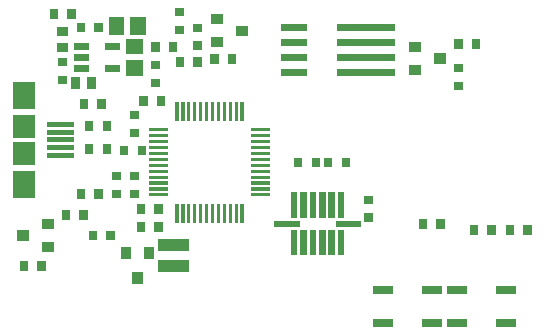
<source format=gbr>
G04 start of page 10 for group -4015 idx -4015 *
G04 Title: riffle, toppaste *
G04 Creator: pcb 20140316 *
G04 CreationDate: Fri 11 Apr 2014 05:27:53 AM GMT UTC *
G04 For: ben *
G04 Format: Gerber/RS-274X *
G04 PCB-Dimensions (mil): 6000.00 5000.00 *
G04 PCB-Coordinate-Origin: lower left *
%MOIN*%
%FSLAX25Y25*%
%LNTOPPASTE*%
%ADD84R,0.0276X0.0276*%
%ADD83R,0.0106X0.0106*%
%ADD82R,0.0217X0.0217*%
%ADD81R,0.0410X0.0410*%
%ADD80R,0.0748X0.0748*%
%ADD79R,0.0157X0.0157*%
%ADD78R,0.0276X0.0276*%
%ADD77R,0.0240X0.0240*%
%ADD76R,0.0295X0.0295*%
%ADD75R,0.0340X0.0340*%
%ADD74R,0.0512X0.0512*%
G54D74*X159607Y366043D02*X160393D01*
X159607Y358957D02*X160393D01*
G54D75*X187200Y375300D02*X187800D01*
X187200Y367500D02*X187800D01*
X195400Y371400D02*X196000D01*
G54D76*X135508Y371000D02*X136492D01*
X135508Y365882D02*X136492D01*
X140441Y354492D02*Y353508D01*
X145559Y354492D02*Y353508D01*
G54D77*X141150Y366200D02*X143550D01*
X141150Y362500D02*X143550D01*
X141150Y358800D02*X143550D01*
X151450D02*X153850D01*
X151450Y366200D02*X153850D01*
G54D75*X253200Y366000D02*X253800D01*
X253200Y358200D02*X253800D01*
X261400Y362100D02*X262000D01*
G54D74*X154000Y373393D02*Y372607D01*
X161086Y373393D02*Y372607D01*
G54D78*X135803Y355047D02*X136197D01*
X135803Y360953D02*X136197D01*
X172906Y366197D02*Y365803D01*
X167000Y366197D02*Y365803D01*
X180803Y366441D02*X181197D01*
X180803Y372346D02*X181197D01*
X174803Y377500D02*X175197D01*
X174803Y371594D02*X175197D01*
X180953Y361197D02*Y360803D01*
X175047Y361197D02*Y360803D01*
X192559Y362197D02*Y361803D01*
X186654Y362197D02*Y361803D01*
X168858Y348197D02*Y347803D01*
X162953Y348197D02*Y347803D01*
X148953Y347197D02*Y346803D01*
X143047Y347197D02*Y346803D01*
X133094Y377197D02*Y376803D01*
X139000Y377197D02*Y376803D01*
X166803Y354047D02*X167197D01*
X166803Y359953D02*X167197D01*
X144882Y332197D02*Y331803D01*
X150787Y332197D02*Y331803D01*
X144823Y339756D02*Y339362D01*
X150728Y339756D02*Y339362D01*
X156500Y331697D02*Y331303D01*
X162406Y331697D02*Y331303D01*
X159803Y337382D02*X160197D01*
X159803Y343287D02*X160197D01*
X159803Y317047D02*X160197D01*
X159803Y322953D02*X160197D01*
X142094Y317197D02*Y316803D01*
X148000Y317197D02*Y316803D01*
X153803Y317047D02*X154197D01*
X153803Y322953D02*X154197D01*
X162047Y312197D02*Y311803D01*
X167953Y312197D02*Y311803D01*
X267803Y358906D02*X268197D01*
X267803Y353000D02*X268197D01*
X273858Y367102D02*Y366709D01*
X267953Y367102D02*Y366709D01*
X224547Y327697D02*Y327303D01*
X230453Y327697D02*Y327303D01*
X214547Y327697D02*Y327303D01*
X220453Y327697D02*Y327303D01*
X143000Y310197D02*Y309803D01*
X137094Y310197D02*Y309803D01*
X285094Y305197D02*Y304803D01*
X291000Y305197D02*Y304803D01*
X129000Y293197D02*Y292803D01*
X123094Y293197D02*Y292803D01*
X152000Y303291D02*Y302898D01*
X146094Y303291D02*Y302898D01*
X162094Y306197D02*Y305803D01*
X168000Y306197D02*Y305803D01*
X261953Y307197D02*Y306803D01*
X256047Y307197D02*Y306803D01*
G54D79*X131673Y340118D02*X139154D01*
X131673Y337559D02*X139154D01*
X131673Y335000D02*X139154D01*
X131673Y332441D02*X139154D01*
X131673Y329882D02*X139154D01*
G54D80*X123209Y321024D02*Y319449D01*
Y350551D02*Y348976D01*
Y330669D02*Y330472D01*
Y339528D02*Y339331D01*
G54D77*X209900Y372500D02*X216200D01*
X209900Y367500D02*X216200D01*
X209900Y362500D02*X216200D01*
X209900Y357500D02*X216200D01*
X228800D02*X245500D01*
X228800Y362500D02*X245500D01*
X228800Y367500D02*X245500D01*
X228800Y372500D02*X245500D01*
G54D75*X130700Y299200D02*X131300D01*
X130700Y307000D02*X131300D01*
X122500Y303100D02*X123100D01*
G54D81*X170000Y293000D02*X176000D01*
X170000Y300000D02*X176000D01*
G54D78*X237803Y315000D02*X238197D01*
X237803Y309094D02*X238197D01*
X273094Y305197D02*Y304803D01*
X279000Y305197D02*Y304803D01*
G54D82*X213126Y316429D02*Y310150D01*
X216276Y316429D02*Y310150D01*
X219425Y316429D02*Y310150D01*
X222575Y316429D02*Y310150D01*
X225724Y316429D02*Y310150D01*
X228874Y316429D02*Y310150D01*
X213126Y303850D02*Y297571D01*
X216276Y303850D02*Y297571D01*
X219425Y303850D02*Y297571D01*
X222575Y303850D02*Y297571D01*
X225724Y303850D02*Y297571D01*
X228874Y303850D02*Y297571D01*
X207634Y307000D02*X213913D01*
X228087D02*X234366D01*
G54D83*X165453Y338327D02*X170689D01*
X165453Y336358D02*X170689D01*
X165453Y334390D02*X170689D01*
X165453Y332421D02*X170689D01*
X165453Y330453D02*X170689D01*
X165453Y328484D02*X170689D01*
X165453Y326516D02*X170689D01*
X165453Y324547D02*X170689D01*
X165453Y322579D02*X170689D01*
X165453Y320610D02*X170689D01*
X165453Y318642D02*X170689D01*
X165453Y316673D02*X170689D01*
X199311D02*X204547D01*
X199311Y318642D02*X204547D01*
X199311Y320610D02*X204547D01*
X199311Y322579D02*X204547D01*
X199311Y324547D02*X204547D01*
X199311Y326516D02*X204547D01*
X199311Y328484D02*X204547D01*
X199311Y330453D02*X204547D01*
X199311Y332421D02*X204547D01*
X199311Y334390D02*X204547D01*
X199311Y336358D02*X204547D01*
X199311Y338327D02*X204547D01*
X174173Y313189D02*Y307953D01*
X176142Y313189D02*Y307953D01*
X178110Y313189D02*Y307953D01*
X180079Y313189D02*Y307953D01*
X182047Y313189D02*Y307953D01*
X184016Y313189D02*Y307953D01*
X185984Y313189D02*Y307953D01*
X187953Y313189D02*Y307953D01*
X189921Y313189D02*Y307953D01*
X191890Y313189D02*Y307953D01*
X193858Y313189D02*Y307953D01*
X195827Y313189D02*Y307953D01*
Y347047D02*Y341811D01*
X193858Y347047D02*Y341811D01*
X191890Y347047D02*Y341811D01*
X189921Y347047D02*Y341811D01*
X187953Y347047D02*Y341811D01*
X185984Y347047D02*Y341811D01*
X184016Y347047D02*Y341811D01*
X182047Y347047D02*Y341811D01*
X180079Y347047D02*Y341811D01*
X178110Y347047D02*Y341811D01*
X176142Y347047D02*Y341811D01*
X174173Y347047D02*Y341811D01*
G54D84*X265433Y274000D02*X269567D01*
X281771D02*X285905D01*
X265433Y285024D02*X269567D01*
X281771D02*X285905D01*
G54D78*X240764Y273988D02*X244898D01*
X257102D02*X261236D01*
X240764Y285012D02*X244898D01*
X257102D02*X261236D01*
G54D75*X164900Y297500D02*Y296900D01*
X157100Y297500D02*Y296900D01*
X161000Y289300D02*Y288700D01*
G54D78*X142047Y372697D02*Y372303D01*
X147953Y372697D02*Y372303D01*
M02*

</source>
